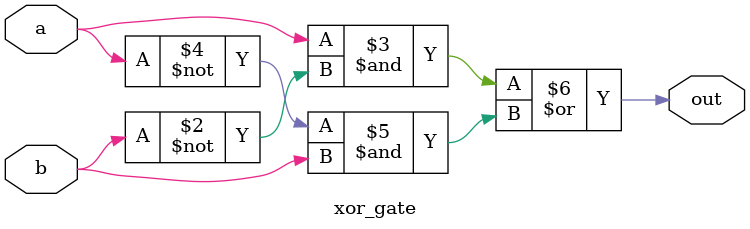
<source format=v>
module xor_gate(
    input a,
    input b,
    output reg out
);

always @(a, b)
    out = (a & ~b) | (~a & b);

endmodule

</source>
